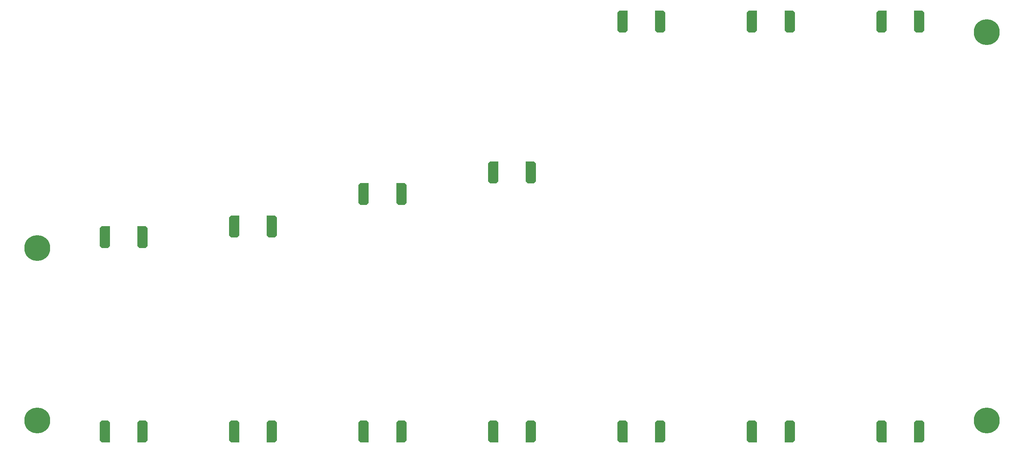
<source format=gbr>
%FSTAX66Y66*%
%MOMM*%
%SFA1B1*%

%IPPOS*%
%AMD17*
4,1,7,1.206500,-2.016760,0.723900,-2.499360,-1.206500,-2.499360,-1.206500,2.019300,-0.723900,2.501900,0.723900,2.501900,1.206500,2.019300,1.206500,-2.016760,0.0*
%
%AMD18*
4,1,7,1.206500,2.019300,1.206500,-2.499360,-0.723900,-2.499360,-1.206500,-2.016760,-1.206500,2.019300,-0.723900,2.501900,0.723900,2.501900,1.206500,2.019300,0.0*
%
%AMD19*
4,1,7,-1.206500,-2.016760,-1.206500,2.501900,0.723900,2.501900,1.206500,2.019300,1.206500,-2.016760,0.723900,-2.499360,-0.723900,-2.499360,-1.206500,-2.016760,0.0*
%
%AMD20*
4,1,7,-1.206500,2.019300,-0.723900,2.501900,1.206500,2.501900,1.206500,-2.016760,0.723900,-2.499360,-0.723900,-2.499360,-1.206500,-2.016760,-1.206500,2.019300,0.0*
%
%AMD21*
4,1,7,-1.206500,2.019300,-0.723900,2.501900,1.206500,2.501900,1.206500,-2.016760,0.723900,-2.499360,-0.723900,-2.499360,-1.206500,-2.016760,-1.206500,2.019300,0.0*
%
%AMD22*
4,1,7,-1.206500,-2.016760,-1.206500,2.501900,0.723900,2.501900,1.206500,2.019300,1.206500,-2.016760,0.723900,-2.499360,-0.723900,-2.499360,-1.206500,-2.016760,0.0*
%
%ADD11C,5.999988*%
%ADD17D17*%
%ADD18D18*%
%ADD19D19*%
%ADD20D20*%
%ADD21D21*%
%ADD22D22*%
%LNmtrl_0mm_thru_pads_top-1*%
%LPD*%
G54D11*
X00000499999Y000044999986D03*
X000224999981Y000094999987D03*
X000224999956Y000005001615D03*
X00000499999Y000005000015D03*
G54D17*
X000179381505Y000002501798D03*
X000149381489Y000002501392D03*
X000119381498Y000002500985D03*
X000089381482Y000002500579D03*
X000059381491Y000002500198D03*
X000029381475Y000002499791D03*
X000209381496Y000002502408D03*
G54D18*
X000170618505Y000002501798D03*
X000140618489Y000002501392D03*
X000110618498Y000002500985D03*
X000080618482Y000002500579D03*
X000050618491Y000002500198D03*
X000020618475Y000002499791D03*
X000200618496Y000002502408D03*
G54D19*
X000209381496Y000097500795D03*
X000149381489Y000097499779D03*
X000179381505Y000097500186D03*
G54D20*
X000200618496Y000097500795D03*
X000140618489Y000097499779D03*
X000170618505Y000097500186D03*
G54D21*
X000050618491Y000049998579D03*
X000080618482Y00005749897D03*
X000110618498Y000062499367D03*
X000020618475Y000047498381D03*
G54D22*
X000059381491Y000049998579D03*
X000089381482Y00005749897D03*
X000119381498Y000062499367D03*
X000029381475Y000047498381D03*
M02*
</source>
